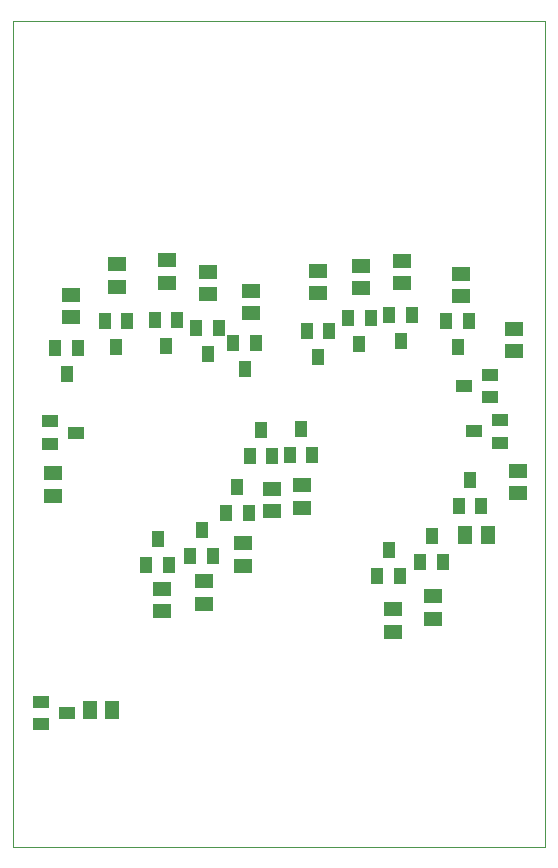
<source format=gbp>
G75*
G70*
%OFA0B0*%
%FSLAX24Y24*%
%IPPOS*%
%LPD*%
%AMOC8*
5,1,8,0,0,1.08239X$1,22.5*
%
%ADD10C,0.0000*%
%ADD11R,0.0551X0.0394*%
%ADD12R,0.0394X0.0551*%
%ADD13R,0.0630X0.0512*%
%ADD14R,0.0512X0.0630*%
D10*
X000192Y000100D02*
X000192Y027659D01*
X017908Y027659D01*
X017908Y000100D01*
X000192Y000100D01*
D11*
X001117Y004206D03*
X001117Y004954D03*
X001983Y004580D03*
X001400Y013553D03*
X001400Y014301D03*
X002267Y013927D03*
X015204Y015474D03*
X016070Y015100D03*
X016070Y015848D03*
X016424Y014340D03*
X016424Y013592D03*
X015558Y013966D03*
D12*
X015424Y012332D03*
X015050Y011466D03*
X015798Y011466D03*
X014507Y009608D03*
X014133Y010474D03*
X013759Y009608D03*
X013078Y009135D03*
X012330Y009135D03*
X012704Y010002D03*
X010152Y013191D03*
X009778Y014057D03*
X009404Y013191D03*
X008830Y013143D03*
X008456Y014009D03*
X008081Y013143D03*
X007660Y012096D03*
X007286Y011230D03*
X008034Y011230D03*
X006841Y009813D03*
X006467Y010679D03*
X006093Y009813D03*
X005373Y009498D03*
X004999Y010364D03*
X004625Y009498D03*
X001967Y015868D03*
X001593Y016734D03*
X002341Y016734D03*
X003239Y017647D03*
X003613Y016781D03*
X003987Y017647D03*
X004904Y017687D03*
X005278Y016820D03*
X005652Y017687D03*
X006294Y017411D03*
X006668Y016545D03*
X007042Y017411D03*
X007526Y016899D03*
X007900Y016033D03*
X008274Y016899D03*
X009967Y017309D03*
X010341Y016443D03*
X010715Y017309D03*
X011357Y017742D03*
X011731Y016876D03*
X012105Y017742D03*
X012727Y017828D03*
X013101Y016962D03*
X013475Y017828D03*
X014629Y017631D03*
X015003Y016765D03*
X015377Y017631D03*
D13*
X015125Y018470D03*
X015125Y019218D03*
X016896Y017376D03*
X016896Y016628D03*
X017030Y012659D03*
X017030Y011911D03*
X014196Y008470D03*
X014196Y007722D03*
X012857Y008029D03*
X012857Y007281D03*
X009818Y011419D03*
X009818Y012167D03*
X008806Y012049D03*
X008806Y011301D03*
X007861Y010230D03*
X007861Y009482D03*
X006562Y008962D03*
X006562Y008214D03*
X005141Y007966D03*
X005141Y008714D03*
X001519Y011817D03*
X001519Y012565D03*
X002101Y017765D03*
X002101Y018513D03*
X003664Y018789D03*
X003664Y019537D03*
X005318Y019663D03*
X005318Y018915D03*
X006696Y019277D03*
X006696Y018529D03*
X008113Y018655D03*
X008113Y017907D03*
X010361Y018565D03*
X010361Y019313D03*
X011778Y019478D03*
X011778Y018730D03*
X013156Y018895D03*
X013156Y019643D03*
D14*
X015263Y010506D03*
X016011Y010506D03*
X003483Y004694D03*
X002735Y004694D03*
M02*

</source>
